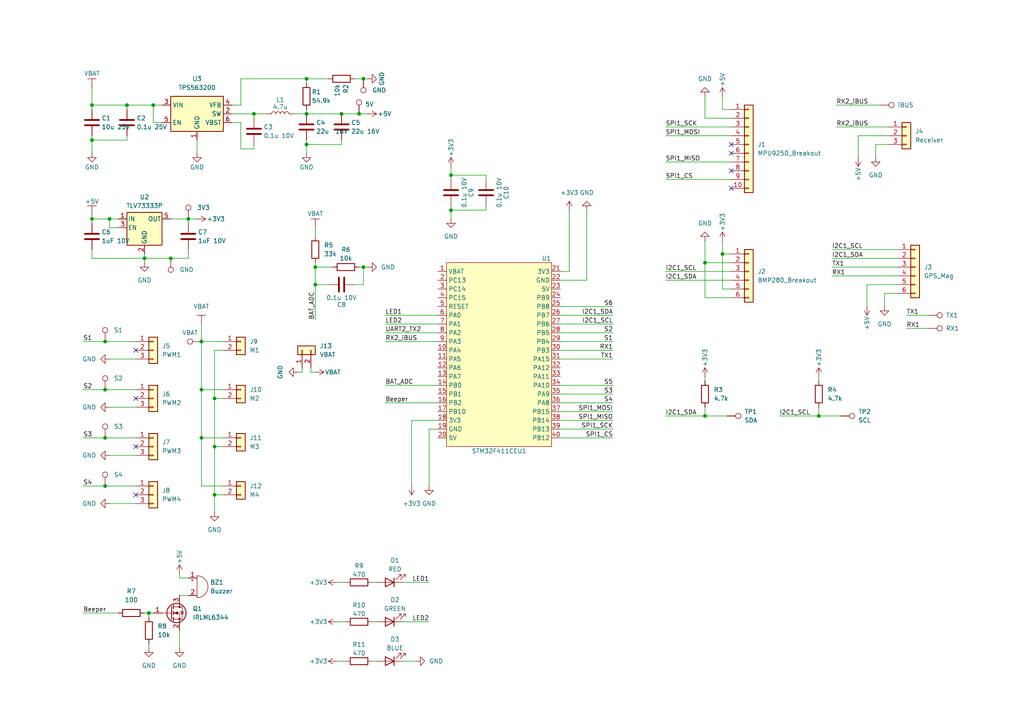
<source format=kicad_sch>
(kicad_sch (version 20231120) (generator "eeschema") (generator_version "8.0")
  (paper "A4")
  (lib_symbols
    (symbol "Connector:TestPoint" (pin_numbers hide) (pin_names (offset 0.762) hide)
      (property "Reference" "TP" (at 0 6.858 0))
      (property "Value" "TestPoint" (at 0 5.08 0))
      (symbol "TestPoint_1_1"
        (pin passive line (at 0 0 90) (length 2.54) (name "1") (number "1"))
      )
    )
    (symbol "Connector_Generic:Conn_01x02" (pin_names (offset 1.016) hide)
      (property "Reference" "J" (at 0 2.54 0))
      (property "Value" "Conn_01x02" (at 0 -5.08 0))
      (symbol "Conn_01x02_1_1"
        (pin passive line (at -5.08 0 0) (length 3.81) (name "Pin_1") (number "1"))
        (pin passive line (at -5.08 -2.54 0) (length 3.81) (name "Pin_2") (number "2"))
      )
    )
    (symbol "Connector_Generic:Conn_01x03" (pin_names (offset 1.016) hide)
      (property "Reference" "J" (at 0 5.08 0))
      (property "Value" "Conn_01x03" (at 0 -5.08 0))
      (symbol "Conn_01x03_1_1"
        (pin passive line (at -5.08 2.54 0) (length 3.81) (name "Pin_1") (number "1"))
        (pin passive line (at -5.08 0 0) (length 3.81) (name "Pin_2") (number "2"))
        (pin passive line (at -5.08 -2.54 0) (length 3.81) (name "Pin_3") (number "3"))
      )
    )
    (symbol "Connector_Generic:Conn_01x06" (pin_names (offset 1.016) hide)
      (property "Reference" "J" (at 0 7.62 0))
      (property "Value" "Conn_01x06" (at 0 -10.16 0))
      (symbol "Conn_01x06_1_1"
        (pin passive line (at -5.08 5.08 0) (length 3.81) (name "Pin_1") (number "1"))
        (pin passive line (at -5.08 2.54 0) (length 3.81) (name "Pin_2") (number "2"))
        (pin passive line (at -5.08 0 0) (length 3.81) (name "Pin_3") (number "3"))
        (pin passive line (at -5.08 -2.54 0) (length 3.81) (name "Pin_4") (number "4"))
        (pin passive line (at -5.08 -5.08 0) (length 3.81) (name "Pin_5") (number "5"))
        (pin passive line (at -5.08 -7.62 0) (length 3.81) (name "Pin_6") (number "6"))
      )
    )
    (symbol "Connector_Generic:Conn_01x10" (pin_names (offset 1.016) hide)
      (property "Reference" "J" (at 0 12.7 0))
      (property "Value" "Conn_01x10" (at 0 -15.24 0))
      (symbol "Conn_01x10_1_1"
        (pin passive line (at -5.08 10.16 0) (length 3.81) (name "Pin_1") (number "1"))
        (pin passive line (at -5.08 -12.7 0) (length 3.81) (name "Pin_10") (number "10"))
        (pin passive line (at -5.08 7.62 0) (length 3.81) (name "Pin_2") (number "2"))
        (pin passive line (at -5.08 5.08 0) (length 3.81) (name "Pin_3") (number "3"))
        (pin passive line (at -5.08 2.54 0) (length 3.81) (name "Pin_4") (number "4"))
        (pin passive line (at -5.08 0 0) (length 3.81) (name "Pin_5") (number "5"))
        (pin passive line (at -5.08 -2.54 0) (length 3.81) (name "Pin_6") (number "6"))
        (pin passive line (at -5.08 -5.08 0) (length 3.81) (name "Pin_7") (number "7"))
        (pin passive line (at -5.08 -7.62 0) (length 3.81) (name "Pin_8") (number "8"))
        (pin passive line (at -5.08 -10.16 0) (length 3.81) (name "Pin_9") (number "9"))
      )
    )
    (symbol "Device:Buzzer" (pin_names (offset 0.0254) hide)
      (property "Reference" "BZ" (at 3.81 1.27 0))
      (property "Value" "Buzzer" (at 3.81 -1.27 0))
      (symbol "Buzzer_1_1"
        (pin passive line (at -2.54 2.54 0) (length 2.54) (name "+") (number "1"))
        (pin passive line (at -2.54 -2.54 0) (length 2.54) (name "-") (number "2"))
      )
    )
    (symbol "Device:C" (pin_numbers hide) (pin_names (offset 0.254))
      (property "Reference" "C" (at 0.635 2.54 0))
      (property "Value" "C" (at 0.635 -2.54 0))
      (symbol "C_1_1"
        (pin passive line (at 0 3.81 270) (length 2.794) (name "~") (number "1"))
        (pin passive line (at 0 -3.81 90) (length 2.794) (name "~") (number "2"))
      )
    )
    (symbol "Device:L" (pin_numbers hide) (pin_names (offset 1.016) hide)
      (property "Reference" "L" (at -1.27 0 90))
      (property "Value" "L" (at 1.905 0 90))
      (symbol "L_1_1"
        (pin passive line (at 0 3.81 270) (length 1.27) (name "1") (number "1"))
        (pin passive line (at 0 -3.81 90) (length 1.27) (name "2") (number "2"))
      )
    )
    (symbol "Device:LED" (pin_numbers hide) (pin_names (offset 1.016) hide)
      (property "Reference" "D" (at 0 2.54 0))
      (property "Value" "LED" (at 0 -2.54 0))
      (symbol "LED_1_1"
        (pin passive line (at -3.81 0 0) (length 2.54) (name "K") (number "1"))
        (pin passive line (at 3.81 0 180) (length 2.54) (name "A") (number "2"))
      )
    )
    (symbol "Device:R" (pin_numbers hide) (pin_names (offset 0))
      (property "Reference" "R" (at 2.032 0 90))
      (property "Value" "R" (at 0 0 90))
      (symbol "R_1_1"
        (pin passive line (at 0 3.81 270) (length 1.27) (name "~") (number "1"))
        (pin passive line (at 0 -3.81 90) (length 1.27) (name "~") (number "2"))
      )
    )
    (symbol "Regulator_Linear:TLV73333PDBV" (pin_names (offset 0.254))
      (property "Reference" "U2" (at 0 8.89 0))
      (property "Value" "TLV73333PDBV" (at 0 6.35 0))
      (symbol "TLV73333PDBV_1_1"
        (pin power_in line (at -7.62 2.54 0) (length 2.54) (name "IN") (number "1"))
        (pin power_in line (at 0 -7.62 90) (length 2.54) (name "GND") (number "2"))
        (pin input line (at -7.62 0 0) (length 2.54) (name "EN") (number "3"))
        (pin no_connect line (at 7.62 0 180) (length 2.54) hide (name "NC") (number "4"))
        (pin power_out line (at 7.62 2.54 180) (length 2.54) (name "OUT") (number "5"))
      )
    )
    (symbol "Regulator_Switching:TPS563200"
      (property "Reference" "U3" (at 0 10.16 0))
      (property "Value" "TPS563200" (at 0 7.62 0))
      (symbol "TPS563200_1_1"
        (pin power_in line (at 0 -7.62 90) (length 2.54) (name "GND") (number "1"))
        (pin output line (at 10.16 0 180) (length 2.54) (name "SW") (number "2"))
        (pin power_in line (at -10.16 2.54 0) (length 2.54) (name "VIN") (number "3"))
        (pin input line (at 10.16 2.54 180) (length 2.54) (name "VFB") (number "4"))
        (pin input line (at -10.16 -2.54 0) (length 2.54) (name "EN") (number "5"))
        (pin passive line (at 10.16 -2.54 180) (length 2.54) (name "VBST") (number "6"))
      )
    )
    (symbol "Transistor_FET:IRLML6244" (pin_names hide)
      (property "Reference" "Q" (at 5.08 1.905 0))
      (property "Value" "IRLML6244" (at 5.08 0 0))
      (symbol "IRLML6244_1_1"
        (pin input line (at -5.08 0 0) (length 2.54) (name "G") (number "1"))
        (pin passive line (at 2.54 -5.08 90) (length 2.54) (name "S") (number "2"))
        (pin passive line (at 2.54 5.08 270) (length 2.54) (name "D") (number "3"))
      )
    )
    (symbol "VCC_1" (power) (pin_numbers hide) (pin_names (offset 0) hide)
      (property "Value" "VCC" (at 0 3.81 0))
      (symbol "VCC_1_1_1"
        (pin power_in line (at 0 0 90) (length 0) (name "~") (number "1"))
      )
    )
    (symbol "my_custom:STM32F411_BlackPill"
      (property "Reference" "STM32F411CEU6" (at 0 1.27 0))
      (symbol "STM32F411_BlackPill_1_1"
        (pin power_in line (at 17.78 -24.13 180) (length 2.54) (name "VBAT") (number "1"))
        (pin bidirectional line (at 17.78 -1.27 180) (length 2.54) (name "PA4") (number "10"))
        (pin bidirectional line (at 17.78 1.27 180) (length 2.54) (name "PA5") (number "11"))
        (pin bidirectional line (at 17.78 3.81 180) (length 2.54) (name "PA6") (number "12"))
        (pin bidirectional line (at 17.78 6.35 180) (length 2.54) (name "PA7") (number "13"))
        (pin bidirectional line (at 17.78 8.89 180) (length 2.54) (name "PB0") (number "14"))
        (pin bidirectional line (at 17.78 11.43 180) (length 2.54) (name "PB1") (number "15"))
        (pin bidirectional line (at 17.78 13.97 180) (length 2.54) (name "PB2") (number "16"))
        (pin bidirectional line (at 17.78 16.51 180) (length 2.54) (name "PB10") (number "17"))
        (pin power_out line (at 17.78 19.05 180) (length 2.54) (name "3V3") (number "18"))
        (pin power_out line (at 17.78 21.59 180) (length 2.54) (name "GND") (number "19"))
        (pin bidirectional line (at 17.78 -21.59 180) (length 2.54) (name "PC13") (number "2"))
        (pin power_out line (at 17.78 24.13 180) (length 2.54) (name "5V") (number "20"))
        (pin power_out line (at -17.78 -24.13 0) (length 2.54) (name "3V3") (number "21"))
        (pin power_out line (at -17.78 -21.59 0) (length 2.54) (name "GND") (number "22"))
        (pin power_out line (at -17.78 -19.05 0) (length 2.54) (name "5V") (number "23"))
        (pin bidirectional line (at -17.78 -16.51 0) (length 2.54) (name "PB9") (number "24"))
        (pin bidirectional line (at -17.78 -13.97 0) (length 2.54) (name "PB8") (number "25"))
        (pin bidirectional line (at -17.78 -11.43 0) (length 2.54) (name "PB7") (number "26"))
        (pin bidirectional line (at -17.78 -8.89 0) (length 2.54) (name "PB6") (number "27"))
        (pin bidirectional line (at -17.78 -6.35 0) (length 2.54) (name "PB5") (number "28"))
        (pin bidirectional line (at -17.78 -3.81 0) (length 2.54) (name "PB4") (number "29"))
        (pin bidirectional line (at 17.78 -19.05 180) (length 2.54) (name "PC14") (number "3"))
        (pin bidirectional line (at -17.78 -1.27 0) (length 2.54) (name "PB3") (number "30"))
        (pin bidirectional line (at -17.78 1.27 0) (length 2.54) (name "PA15") (number "31"))
        (pin bidirectional line (at -17.78 3.81 0) (length 2.54) (name "PA12") (number "32"))
        (pin bidirectional line (at -17.78 6.35 0) (length 2.54) (name "PA11") (number "33"))
        (pin bidirectional line (at -17.78 8.89 0) (length 2.54) (name "PA10") (number "34"))
        (pin bidirectional line (at -17.78 11.43 0) (length 2.54) (name "PA9") (number "35"))
        (pin bidirectional line (at -17.78 13.97 0) (length 2.54) (name "PA8") (number "36"))
        (pin bidirectional line (at -17.78 16.51 0) (length 2.54) (name "PB15") (number "37"))
        (pin bidirectional line (at -17.78 19.05 0) (length 2.54) (name "PB14") (number "38"))
        (pin bidirectional line (at -17.78 21.59 0) (length 2.54) (name "PB13") (number "39"))
        (pin power_out line (at 17.78 -16.51 180) (length 2.54) (name "PC15") (number "4"))
        (pin bidirectional line (at -17.78 24.13 0) (length 2.54) (name "PB12") (number "40"))
        (pin input line (at 17.78 -13.97 180) (length 2.54) (name "RESET") (number "5"))
        (pin bidirectional line (at 17.78 -11.43 180) (length 2.54) (name "PA0") (number "6"))
        (pin bidirectional line (at 17.78 -8.89 180) (length 2.54) (name "PA1") (number "7"))
        (pin bidirectional line (at 17.78 -6.35 180) (length 2.54) (name "PA2") (number "8"))
        (pin bidirectional line (at 17.78 -3.81 180) (length 2.54) (name "PA3") (number "9"))
      )
    )
    (symbol "power:+3V3" (power) (pin_numbers hide) (pin_names (offset 0) hide)
      (property "Value" "+3V3" (at 0 3.556 0))
      (symbol "+3V3_1_1"
        (pin power_in line (at 0 0 90) (length 0) (name "~") (number "1"))
      )
    )
    (symbol "power:+5V" (power) (pin_numbers hide) (pin_names (offset 0) hide)
      (property "Value" "+5V" (at 0 3.556 0))
      (symbol "+5V_1_1"
        (pin power_in line (at 0 0 90) (length 0) (name "~") (number "1"))
      )
    )
    (symbol "power:GND" (power) (pin_numbers hide) (pin_names (offset 0) hide)
      (property "Value" "GND" (at 0 -3.81 0))
      (symbol "GND_1_1"
        (pin power_in line (at 0 0 270) (length 0) (name "~") (number "1"))
      )
    )
  )
  (junction (at 58.42 99.06))
  (junction (at 88.9 33.02))
  (junction (at 30.48 99.06))
  (junction (at 30.48 113.03))
  (junction (at 73.66 33.02))
  (junction (at 30.48 140.97))
  (junction (at 36.83 30.48))
  (junction (at 105.41 77.47))
  (junction (at 62.23 115.57))
  (junction (at 58.42 113.03))
  (junction (at 26.67 63.5))
  (junction (at 130.81 60.96))
  (junction (at 62.23 143.51))
  (junction (at 91.44 82.55))
  (junction (at 104.14 33.02))
  (junction (at 44.45 30.48))
  (junction (at 30.48 127))
  (junction (at 204.47 120.65))
  (junction (at 43.18 177.8))
  (junction (at 49.53 74.93))
  (junction (at 31.75 63.5))
  (junction (at 58.42 127))
  (junction (at 237.49 120.65))
  (junction (at 209.55 73.66))
  (junction (at 62.23 129.54))
  (junction (at 54.61 63.5))
  (junction (at 130.81 50.8))
  (junction (at 26.67 30.48))
  (junction (at 99.06 33.02))
  (junction (at 41.91 74.93))
  (junction (at 26.67 40.64))
  (junction (at 88.9 22.86))
  (junction (at 204.47 76.2))
  (junction (at 105.41 22.86))
  (junction (at 88.9 41.91))
  (junction (at 91.44 77.47))
  (no_connect (at 39.37 143.51))
  (no_connect (at 39.37 129.54))
  (no_connect (at 212.09 49.53))
  (no_connect (at 39.37 115.57))
  (no_connect (at 212.09 44.45))
  (no_connect (at 39.37 101.6))
  (no_connect (at 212.09 41.91))
  (no_connect (at 212.09 54.61))
  (wire (pts (xy 107.95 168.91) (xy 109.22 168.91)))
  (wire (pts (xy 34.29 66.04) (xy 31.75 66.04)))
  (wire (pts (xy 62.23 143.51) (xy 62.23 129.54)))
  (wire (pts (xy 24.13 99.06) (xy 30.48 99.06)))
  (wire (pts (xy 99.06 33.02) (xy 104.14 33.02)))
  (wire (pts (xy 58.42 113.03) (xy 58.42 127)))
  (wire (pts (xy 54.61 63.5) (xy 57.15 63.5)))
  (wire (pts (xy 46.99 35.56) (xy 44.45 35.56)))
  (wire (pts (xy 177.8 93.98) (xy 162.56 93.98)))
  (wire (pts (xy 212.09 46.99) (xy 193.04 46.99)))
  (wire (pts (xy 91.44 76.2) (xy 91.44 77.47)))
  (wire (pts (xy 204.47 34.29) (xy 204.47 27.94)))
  (wire (pts (xy 88.9 31.75) (xy 88.9 33.02)))
  (wire (pts (xy 24.13 127) (xy 30.48 127)))
  (wire (pts (xy 30.48 113.03) (xy 39.37 113.03)))
  (wire (pts (xy 212.09 81.28) (xy 193.04 81.28)))
  (wire (pts (xy 62.23 143.51) (xy 62.23 148.59)))
  (wire (pts (xy 257.81 39.37) (xy 248.92 39.37)))
  (wire (pts (xy 26.67 30.48) (xy 36.83 30.48)))
  (wire (pts (xy 67.31 33.02) (xy 73.66 33.02)))
  (wire (pts (xy 52.07 167.64) (xy 54.61 167.64)))
  (wire (pts (xy 237.49 118.11) (xy 237.49 120.65)))
  (wire (pts (xy 107.95 191.77) (xy 109.22 191.77)))
  (wire (pts (xy 52.07 166.37) (xy 52.07 167.64)))
  (wire (pts (xy 127 93.98) (xy 111.76 93.98)))
  (wire (pts (xy 262.89 91.44) (xy 269.24 91.44)))
  (wire (pts (xy 177.8 101.6) (xy 162.56 101.6)))
  (wire (pts (xy 209.55 69.85) (xy 209.55 73.66)))
  (wire (pts (xy 41.91 177.8) (xy 43.18 177.8)))
  (wire (pts (xy 254 41.91) (xy 257.81 41.91)))
  (wire (pts (xy 105.41 22.86) (xy 106.68 22.86)))
  (wire (pts (xy 130.81 50.8) (xy 140.97 50.8)))
  (wire (pts (xy 177.8 99.06) (xy 162.56 99.06)))
  (wire (pts (xy 69.85 43.18) (xy 69.85 35.56)))
  (wire (pts (xy 49.53 74.93) (xy 41.91 74.93)))
  (wire (pts (xy 127 91.44) (xy 111.76 91.44)))
  (wire (pts (xy 162.56 81.28) (xy 170.18 81.28)))
  (wire (pts (xy 87.63 107.95) (xy 87.63 106.68)))
  (wire (pts (xy 62.23 101.6) (xy 62.23 115.57)))
  (wire (pts (xy 64.77 101.6) (xy 62.23 101.6)))
  (wire (pts (xy 130.81 52.07) (xy 130.81 50.8)))
  (wire (pts (xy 91.44 77.47) (xy 91.44 82.55)))
  (wire (pts (xy 54.61 63.5) (xy 54.61 64.77)))
  (wire (pts (xy 90.17 107.95) (xy 90.17 106.68)))
  (wire (pts (xy 88.9 41.91) (xy 88.9 44.45)))
  (wire (pts (xy 30.48 99.06) (xy 39.37 99.06)))
  (wire (pts (xy 212.09 86.36) (xy 204.47 86.36)))
  (wire (pts (xy 88.9 40.64) (xy 88.9 41.91)))
  (wire (pts (xy 212.09 39.37) (xy 193.04 39.37)))
  (wire (pts (xy 170.18 81.28) (xy 170.18 60.96)))
  (wire (pts (xy 212.09 78.74) (xy 193.04 78.74)))
  (wire (pts (xy 58.42 99.06) (xy 58.42 113.03)))
  (wire (pts (xy 62.23 129.54) (xy 62.23 115.57)))
  (wire (pts (xy 237.49 120.65) (xy 243.84 120.65)))
  (wire (pts (xy 44.45 35.56) (xy 44.45 30.48)))
  (wire (pts (xy 127 124.46) (xy 124.46 124.46)))
  (wire (pts (xy 260.35 77.47) (xy 241.3 77.47)))
  (wire (pts (xy 204.47 118.11) (xy 204.47 120.65)))
  (wire (pts (xy 31.75 63.5) (xy 34.29 63.5)))
  (wire (pts (xy 97.79 180.34) (xy 100.33 180.34)))
  (wire (pts (xy 88.9 22.86) (xy 95.25 22.86)))
  (wire (pts (xy 88.9 41.91) (xy 99.06 41.91)))
  (wire (pts (xy 212.09 34.29) (xy 204.47 34.29)))
  (wire (pts (xy 165.1 78.74) (xy 162.56 78.74)))
  (wire (pts (xy 127 96.52) (xy 111.76 96.52)))
  (wire (pts (xy 36.83 30.48) (xy 36.83 31.75)))
  (wire (pts (xy 64.77 99.06) (xy 58.42 99.06)))
  (wire (pts (xy 256.54 85.09) (xy 256.54 88.9)))
  (wire (pts (xy 30.48 140.97) (xy 39.37 140.97)))
  (wire (pts (xy 64.77 113.03) (xy 58.42 113.03)))
  (wire (pts (xy 26.67 64.77) (xy 26.67 63.5)))
  (wire (pts (xy 26.67 39.37) (xy 26.67 40.64)))
  (wire (pts (xy 43.18 186.69) (xy 43.18 187.96)))
  (wire (pts (xy 97.79 191.77) (xy 100.33 191.77)))
  (wire (pts (xy 165.1 60.96) (xy 165.1 78.74)))
  (wire (pts (xy 26.67 63.5) (xy 31.75 63.5)))
  (wire (pts (xy 31.75 104.14) (xy 39.37 104.14)))
  (wire (pts (xy 204.47 86.36) (xy 204.47 76.2)))
  (wire (pts (xy 26.67 72.39) (xy 26.67 74.93)))
  (wire (pts (xy 62.23 115.57) (xy 64.77 115.57)))
  (wire (pts (xy 26.67 40.64) (xy 36.83 40.64)))
  (wire (pts (xy 64.77 140.97) (xy 58.42 140.97)))
  (wire (pts (xy 26.67 62.23) (xy 26.67 63.5)))
  (wire (pts (xy 193.04 120.65) (xy 204.47 120.65)))
  (wire (pts (xy 99.06 40.64) (xy 99.06 41.91)))
  (wire (pts (xy 85.09 33.02) (xy 88.9 33.02)))
  (wire (pts (xy 88.9 24.13) (xy 88.9 22.86)))
  (wire (pts (xy 91.44 82.55) (xy 95.25 82.55)))
  (wire (pts (xy 104.14 77.47) (xy 105.41 77.47)))
  (wire (pts (xy 73.66 43.18) (xy 69.85 43.18)))
  (wire (pts (xy 262.89 95.25) (xy 269.24 95.25)))
  (wire (pts (xy 248.92 39.37) (xy 248.92 45.72)))
  (wire (pts (xy 140.97 52.07) (xy 140.97 50.8)))
  (wire (pts (xy 204.47 109.22) (xy 204.47 110.49)))
  (wire (pts (xy 69.85 22.86) (xy 69.85 30.48)))
  (wire (pts (xy 251.46 82.55) (xy 251.46 88.9)))
  (wire (pts (xy 212.09 76.2) (xy 204.47 76.2)))
  (wire (pts (xy 43.18 177.8) (xy 43.18 179.07)))
  (wire (pts (xy 162.56 121.92) (xy 177.8 121.92)))
  (wire (pts (xy 102.87 22.86) (xy 105.41 22.86)))
  (wire (pts (xy 130.81 60.96) (xy 130.81 63.5)))
  (wire (pts (xy 91.44 66.04) (xy 91.44 68.58)))
  (wire (pts (xy 260.35 74.93) (xy 241.3 74.93)))
  (wire (pts (xy 36.83 30.48) (xy 44.45 30.48)))
  (wire (pts (xy 116.84 168.91) (xy 124.46 168.91)))
  (wire (pts (xy 73.66 43.18) (xy 73.66 41.91)))
  (wire (pts (xy 209.55 31.75) (xy 212.09 31.75)))
  (wire (pts (xy 162.56 114.3) (xy 177.8 114.3)))
  (wire (pts (xy 26.67 40.64) (xy 26.67 44.45)))
  (wire (pts (xy 88.9 22.86) (xy 69.85 22.86)))
  (wire (pts (xy 26.67 25.4) (xy 26.67 30.48)))
  (wire (pts (xy 67.31 30.48) (xy 69.85 30.48)))
  (wire (pts (xy 162.56 119.38) (xy 177.8 119.38)))
  (wire (pts (xy 24.13 113.03) (xy 30.48 113.03)))
  (wire (pts (xy 162.56 96.52) (xy 177.8 96.52)))
  (wire (pts (xy 69.85 35.56) (xy 67.31 35.56)))
  (wire (pts (xy 204.47 76.2) (xy 204.47 69.85)))
  (wire (pts (xy 242.57 30.48) (xy 255.27 30.48)))
  (wire (pts (xy 30.48 127) (xy 39.37 127)))
  (wire (pts (xy 52.07 172.72) (xy 54.61 172.72)))
  (wire (pts (xy 105.41 77.47) (xy 106.68 77.47)))
  (wire (pts (xy 107.95 180.34) (xy 109.22 180.34)))
  (wire (pts (xy 162.56 124.46) (xy 177.8 124.46)))
  (wire (pts (xy 124.46 124.46) (xy 124.46 140.97)))
  (wire (pts (xy 162.56 116.84) (xy 177.8 116.84)))
  (wire (pts (xy 31.75 132.08) (xy 39.37 132.08)))
  (wire (pts (xy 91.44 107.95) (xy 90.17 107.95)))
  (wire (pts (xy 58.42 127) (xy 64.77 127)))
  (wire (pts (xy 212.09 36.83) (xy 193.04 36.83)))
  (wire (pts (xy 36.83 39.37) (xy 36.83 40.64)))
  (wire (pts (xy 119.38 121.92) (xy 119.38 140.97)))
  (wire (pts (xy 162.56 88.9) (xy 177.8 88.9)))
  (wire (pts (xy 130.81 60.96) (xy 140.97 60.96)))
  (wire (pts (xy 58.42 93.98) (xy 58.42 99.06)))
  (wire (pts (xy 127 121.92) (xy 119.38 121.92)))
  (wire (pts (xy 88.9 33.02) (xy 99.06 33.02)))
  (wire (pts (xy 260.35 72.39) (xy 241.3 72.39)))
  (wire (pts (xy 212.09 83.82) (xy 209.55 83.82)))
  (wire (pts (xy 130.81 48.26) (xy 130.81 50.8)))
  (wire (pts (xy 104.14 33.02) (xy 106.68 33.02)))
  (wire (pts (xy 73.66 33.02) (xy 77.47 33.02)))
  (wire (pts (xy 204.47 120.65) (xy 210.82 120.65)))
  (wire (pts (xy 31.75 66.04) (xy 31.75 63.5)))
  (wire (pts (xy 127 99.06) (xy 111.76 99.06)))
  (wire (pts (xy 41.91 74.93) (xy 41.91 76.2)))
  (wire (pts (xy 26.67 30.48) (xy 26.67 31.75)))
  (wire (pts (xy 260.35 82.55) (xy 251.46 82.55)))
  (wire (pts (xy 26.67 74.93) (xy 41.91 74.93)))
  (wire (pts (xy 254 41.91) (xy 254 45.72)))
  (wire (pts (xy 64.77 143.51) (xy 62.23 143.51)))
  (wire (pts (xy 24.13 177.8) (xy 34.29 177.8)))
  (wire (pts (xy 162.56 111.76) (xy 177.8 111.76)))
  (wire (pts (xy 54.61 72.39) (xy 54.61 74.93)))
  (wire (pts (xy 237.49 109.22) (xy 237.49 110.49)))
  (wire (pts (xy 31.75 118.11) (xy 39.37 118.11)))
  (wire (pts (xy 58.42 140.97) (xy 58.42 127)))
  (wire (pts (xy 209.55 83.82) (xy 209.55 73.66)))
  (wire (pts (xy 57.15 40.64) (xy 57.15 44.45)))
  (wire (pts (xy 116.84 191.77) (xy 120.65 191.77)))
  (wire (pts (xy 102.87 82.55) (xy 105.41 82.55)))
  (wire (pts (xy 105.41 82.55) (xy 105.41 77.47)))
  (wire (pts (xy 43.18 177.8) (xy 44.45 177.8)))
  (wire (pts (xy 64.77 129.54) (xy 62.23 129.54)))
  (wire (pts (xy 91.44 77.47) (xy 96.52 77.47)))
  (wire (pts (xy 257.81 36.83) (xy 242.57 36.83)))
  (wire (pts (xy 162.56 127) (xy 177.8 127)))
  (wire (pts (xy 260.35 80.01) (xy 241.3 80.01)))
  (wire (pts (xy 237.49 120.65) (xy 226.06 120.65)))
  (wire (pts (xy 44.45 30.48) (xy 46.99 30.48)))
  (wire (pts (xy 97.79 168.91) (xy 100.33 168.91)))
  (wire (pts (xy 91.44 82.55) (xy 91.44 92.71)))
  (wire (pts (xy 111.76 116.84) (xy 127 116.84)))
  (wire (pts (xy 212.09 52.07) (xy 193.04 52.07)))
  (wire (pts (xy 209.55 73.66) (xy 212.09 73.66)))
  (wire (pts (xy 31.75 146.05) (xy 39.37 146.05)))
  (wire (pts (xy 111.76 111.76) (xy 127 111.76)))
  (wire (pts (xy 54.61 74.93) (xy 49.53 74.93)))
  (wire (pts (xy 177.8 104.14) (xy 162.56 104.14)))
  (wire (pts (xy 49.53 63.5) (xy 54.61 63.5)))
  (wire (pts (xy 140.97 60.96) (xy 140.97 59.69)))
  (wire (pts (xy 52.07 182.88) (xy 52.07 187.96)))
  (wire (pts (xy 177.8 91.44) (xy 162.56 91.44)))
  (wire (pts (xy 209.55 27.94) (xy 209.55 31.75)))
  (wire (pts (xy 130.81 60.96) (xy 130.81 59.69)))
  (wire (pts (xy 116.84 180.34) (xy 124.46 180.34)))
  (wire (pts (xy 86.36 107.95) (xy 87.63 107.95)))
  (wire (pts (xy 41.91 73.66) (xy 41.91 74.93)))
  (wire (pts (xy 73.66 33.02) (xy 73.66 34.29)))
  (wire (pts (xy 24.13 140.97) (xy 30.48 140.97)))
  (wire (pts (xy 256.54 85.09) (xy 260.35 85.09)))
  (label "S1" (at 24.13 99.06 0))
  (label "LED1" (at 111.76 91.44 0))
  (label "RX1" (at 177.8 101.6 180))
  (label "UART2_TX2" (at 111.76 96.52 0))
  (label "RX1" (at 241.3 80.01 0))
  (label "S1" (at 177.8 99.06 180))
  (label "I2C1_SCL" (at 226.06 120.65 0))
  (label "S2" (at 177.8 96.52 180))
  (label "SPI1_MISO" (at 193.04 46.99 0))
  (label "S4" (at 24.13 140.97 0))
  (label "S3" (at 24.13 127 0))
  (label "I2C1_SCL" (at 177.8 93.98 180))
  (label "TX1" (at 262.89 91.44 0))
  (label "I2C1_SCL" (at 193.04 78.74 0))
  (label "TX1" (at 177.8 104.14 180))
  (label "SPI1_SCK" (at 193.04 36.83 0))
  (label "SPI1_CS" (at 177.8 127 180))
  (label "SPI1_CS" (at 193.04 52.07 0))
  (label "S2" (at 24.13 113.03 0))
  (label "RX2_iBUS" (at 242.57 36.83 0))
  (label "S4" (at 177.8 116.84 180))
  (label "BAT_ADC" (at 111.76 111.76 0))
  (label "LED2" (at 111.76 93.98 0))
  (label "RX2_iBUS" (at 242.57 30.48 0))
  (label "SPI1_MOSI" (at 193.04 39.37 0))
  (label "I2C1_SDA" (at 193.04 81.28 0))
  (label "LED2" (at 124.46 180.34 180))
  (label "RX2_iBUS" (at 111.76 99.06 0))
  (label "I2C1_SDA" (at 193.04 120.65 0))
  (label "LED1" (at 124.46 168.91 180))
  (label "RX1" (at 262.89 95.25 0))
  (label "I2C1_SDA" (at 177.8 91.44 180))
  (label "Beeper" (at 111.76 116.84 0))
  (label "I2C1_SDA" (at 241.3 74.93 0))
  (label "BAT_ADC" (at 91.44 92.71 90))
  (label "S3" (at 177.8 114.3 180))
  (label "SPI1_MOSI" (at 177.8 119.38 180))
  (label "S6" (at 177.8 88.9 180))
  (label "Beeper" (at 24.13 177.8 0))
  (label "S5" (at 177.8 111.76 180))
  (label "SPI1_MISO" (at 177.8 121.92 180))
  (label "SPI1_SCK" (at 177.8 124.46 180))
  (label "I2C1_SCL" (at 241.3 72.39 0))
  (label "TX1" (at 241.3 77.47 0))
  (symbol (lib_id "Device:C") (at 36.83 35.56 0) (unit 1)
    (property "Reference" "C2" (at 39.624 34.29 0) (effects (justify left)))
    (property "Value" "0.1u 25V" (at 39.624 36.83 0) (effects (justify left)))
    (property "Footprint" "Capacitor_SMD:C_0805_2012Metric" (effects (hide yes)))
    (property "Description" "Unpolarized capacitor" (effects (hide yes)))
  )
  (symbol (lib_name "VCC_1") (lib_id "power:VCC") (at 26.67 25.4 0) (unit 1)
    (property "Reference" "#PWR018" (effects (hide yes)))
    (property "Value" "VBAT" (at 26.67 21.336 0))
    (property "Description" "Power symbol creates a global label with name \"VCC\"" (effects (hide yes)))
  )
  (symbol (lib_name "VCC_1") (lib_id "power:VCC") (at 26.67 62.23 0) (unit 1)
    (property "Reference" "#PWR014" (effects (hide yes)))
    (property "Value" "+5V" (at 26.67 58.42 0))
    (property "Description" "Power symbol creates a global label with name \"VCC\"" (effects (hide yes)))
  )
  (symbol (lib_id "power:+5V") (at 130.81 48.26 0) (unit 1)
    (property "Reference" "#PWR044" (effects (hide yes)))
    (property "Value" "+3V3" (at 130.81 45.466 90) (effects (justify left)))
    (property "Description" "Power symbol creates a global label with name \"+5V\"" (effects (hide yes)))
  )
  (symbol (lib_id "power:GND") (at 204.47 69.85 180) (unit 1)
    (property "Reference" "#PWR09" (effects (hide yes)))
    (property "Value" "GND" (at 204.47 64.77 0))
    (property "Description" "Power symbol creates a global label with name \"GND\" , ground" (effects (hide yes)))
  )
  (symbol (lib_id "power:GND") (at 86.36 107.95 270) (unit 1)
    (property "Reference" "#PWR026" (effects (hide yes)))
    (property "Value" "GND" (at 81.28 107.95 0))
    (property "Description" "Power symbol creates a global label with name \"GND\" , ground" (effects (hide yes)))
  )
  (symbol (lib_id "power:GND") (at 106.68 22.86 90) (unit 1)
    (property "Reference" "#PWR021" (effects (hide yes)))
    (property "Value" "GND" (at 110.744 22.86 0))
    (property "Description" "Power symbol creates a global label with name \"GND\" , ground" (effects (hide yes)))
  )
  (symbol (lib_id "Connector:TestPoint") (at 49.53 74.93 180) (unit 1)
    (property "Reference" "TP6" (effects (hide yes)))
    (property "Value" "GND" (at 52.07 78.2319 0) (effects (justify right)))
    (property "Footprint" "TestPoint:TestPoint_Pad_D1.0mm" (effects (hide yes)))
    (property "Description" "test point" (effects (hide yes)))
  )
  (symbol (lib_id "Connector:TestPoint") (at 30.48 99.06 0) (unit 1)
    (property "Reference" "TP10" (effects (hide yes)))
    (property "Value" "S1" (at 33.02 95.7579 0) (effects (justify left)))
    (property "Footprint" "TestPoint:TestPoint_Pad_D1.0mm" (effects (hide yes)))
    (property "Description" "test point" (effects (hide yes)))
  )
  (symbol (lib_id "Connector_Generic:Conn_01x02") (at 69.85 140.97 0) (unit 1)
    (property "Reference" "J12" (at 72.39 140.9699 0) (effects (justify left)))
    (property "Value" "M4" (at 72.39 143.5099 0) (effects (justify left)))
    (property "Footprint" "1_my_custom:PAD_1x02_5mm" (effects (hide yes)))
    (property "Description" "Generic connector, single row, 01x02, script generated (kicad-library-utils/schlib/autogen/connector/)" (effects (hide yes)))
  )
  (symbol (lib_id "Connector_Generic:Conn_01x06") (at 265.43 77.47 0) (unit 1)
    (property "Reference" "J3" (at 267.97 77.4699 0) (effects (justify left)))
    (property "Value" "GPS_Mag" (at 267.97 80.0099 0) (effects (justify left)))
    (property "Footprint" "Connector_JST:JST_SHL_SM06B-SHLS-TF_1x06-1MP_P1.00mm_Horizontal" (effects (hide yes)))
    (property "Description" "Generic connector, single row, 01x06, script generated (kicad-library-utils/schlib/autogen/connector/)" (effects (hide yes)))
  )
  (symbol (lib_id "power:GND") (at 31.75 132.08 270) (unit 1)
    (property "Reference" "#PWR031" (effects (hide yes)))
    (property "Value" "GND" (at 27.94 132.0799 90) (effects (justify right)))
    (property "Description" "Power symbol creates a global label with name \"GND\" , ground" (effects (hide yes)))
  )
  (symbol (lib_id "power:GND") (at 124.46 140.97 0) (unit 1)
    (property "Reference" "#PWR02" (effects (hide yes)))
    (property "Value" "GND" (at 124.46 146.05 0))
    (property "Description" "Power symbol creates a global label with name \"GND\" , ground" (effects (hide yes)))
  )
  (symbol (lib_id "power:+5V") (at 209.55 69.85 0) (unit 1)
    (property "Reference" "#PWR010" (effects (hide yes)))
    (property "Value" "+3V3" (at 209.55 67.056 90) (effects (justify left)))
    (property "Description" "Power symbol creates a global label with name \"+5V\"" (effects (hide yes)))
  )
  (symbol (lib_id "power:GND") (at 31.75 146.05 270) (unit 1)
    (property "Reference" "#PWR032" (effects (hide yes)))
    (property "Value" "GND" (at 27.94 146.0499 90) (effects (justify right)))
    (property "Description" "Power symbol creates a global label with name \"GND\" , ground" (effects (hide yes)))
  )
  (symbol (lib_id "Connector_Generic:Conn_01x02") (at 69.85 127 0) (unit 1)
    (property "Reference" "J11" (at 72.39 126.9999 0) (effects (justify left)))
    (property "Value" "M3" (at 72.39 129.5399 0) (effects (justify left)))
    (property "Footprint" "1_my_custom:PAD_1x02_5mm" (effects (hide yes)))
    (property "Description" "Generic connector, single row, 01x02, script generated (kicad-library-utils/schlib/autogen/connector/)" (effects (hide yes)))
  )
  (symbol (lib_id "Connector:TestPoint") (at 105.41 22.86 180) (unit 1)
    (property "Reference" "TP4" (effects (hide yes)))
    (property "Value" "GND" (at 107.95 26.1619 0) (effects (justify right)))
    (property "Footprint" "TestPoint:TestPoint_Pad_D1.0mm" (effects (hide yes)))
    (property "Description" "test point" (effects (hide yes)))
  )
  (symbol (lib_id "power:GND") (at 254 45.72 0) (mirror y) (unit 1)
    (property "Reference" "#PWR025" (effects (hide yes)))
    (property "Value" "GND" (at 254 50.8 0))
    (property "Description" "Power symbol creates a global label with name \"GND\" , ground" (effects (hide yes)))
  )
  (symbol (lib_id "Connector_Generic:Conn_01x03") (at 44.45 115.57 0) (unit 1)
    (property "Reference" "J6" (at 46.99 114.2999 0) (effects (justify left)))
    (property "Value" "PWM2" (at 46.99 116.8399 0) (effects (justify left)))
    (property "Footprint" "Connector_PinHeader_2.54mm:PinHeader_1x03_P2.54mm_Vertical" (effects (hide yes)))
    (property "Description" "Generic connector, single row, 01x03, script generated (kicad-library-utils/schlib/autogen/connector/)" (effects (hide yes)))
  )
  (symbol (lib_id "Device:C") (at 99.06 82.55 90) (unit 1)
    (property "Reference" "C8" (at 99.06 88.392 90))
    (property "Value" "0.1u 10V" (at 99.06 86.36 90))
    (property "Footprint" "Capacitor_SMD:C_0603_1608Metric" (effects (hide yes)))
    (property "Description" "Unpolarized capacitor" (effects (hide yes)))
  )
  (symbol (lib_id "Device:R") (at 38.1 177.8 90) (unit 1)
    (property "Reference" "R7" (at 38.1 171.45 90))
    (property "Value" "100" (at 38.1 173.99 90))
    (property "Footprint" "Resistor_SMD:R_0603_1608Metric" (effects (hide yes)))
    (property "Description" "Resistor" (effects (hide yes)))
  )
  (symbol (lib_id "power:+5V") (at 91.44 107.95 270) (unit 1)
    (property "Reference" "#PWR027" (effects (hide yes)))
    (property "Value" "VBAT" (at 94.234 107.95 90) (effects (justify left)))
    (property "Description" "Power symbol creates a global label with name \"+5V\"" (effects (hide yes)))
  )
  (symbol (lib_id "Device:R") (at 99.06 22.86 270) (unit 1)
    (property "Reference" "R2" (at 100.33 24.384 0) (effects (justify left)))
    (property "Value" "10k" (at 97.79 24.384 0) (effects (justify left)))
    (property "Footprint" "Resistor_SMD:R_0603_1608Metric" (effects (hide yes)))
    (property "Description" "Resistor" (effects (hide yes)))
  )
  (symbol (lib_id "power:GND") (at 88.9 44.45 0) (unit 1)
    (property "Reference" "#PWR020" (effects (hide yes)))
    (property "Value" "GND" (at 88.9 48.514 0))
    (property "Description" "Power symbol creates a global label with name \"GND\" , ground" (effects (hide yes)))
  )
  (symbol (lib_id "Device:L") (at 81.28 33.02 90) (unit 1)
    (property "Reference" "L1" (at 81.28 28.956 90))
    (property "Value" "4.7u" (at 81.28 30.988 90))
    (property "Footprint" "Inductor_SMD_Wurth:L_Wurth_WE-LHMI-7050" (effects (hide yes)))
    (property "Description" "Inductor" (effects (hide yes)))
  )
  (symbol (lib_id "Device:C") (at 99.06 36.83 0) (unit 1)
    (property "Reference" "C5" (at 101.854 35.56 0) (effects (justify left)))
    (property "Value" "22u 16V" (at 101.854 38.1 0) (effects (justify left)))
    (property "Footprint" "Capacitor_SMD:C_0805_2012Metric" (effects (hide yes)))
    (property "Description" "Unpolarized capacitor" (effects (hide yes)))
  )
  (symbol (lib_id "power:GND") (at 106.68 77.47 90) (unit 1)
    (property "Reference" "#PWR036" (effects (hide yes)))
    (property "Value" "GND" (at 110.49 77.4699 90) (effects (justify right)))
    (property "Description" "Power symbol creates a global label with name \"GND\" , ground" (effects (hide yes)))
  )
  (symbol (lib_id "Connector_Generic:Conn_01x03") (at 44.45 101.6 0) (unit 1)
    (property "Reference" "J5" (at 46.99 100.3299 0) (effects (justify left)))
    (property "Value" "PWM1" (at 46.99 102.8699 0) (effects (justify left)))
    (property "Footprint" "Connector_PinHeader_2.54mm:PinHeader_1x03_P2.54mm_Vertical" (effects (hide yes)))
    (property "Description" "Generic connector, single row, 01x03, script generated (kicad-library-utils/schlib/autogen/connector/)" (effects (hide yes)))
  )
  (symbol (lib_id "Connector_Generic:Conn_01x02") (at 87.63 101.6 90) (unit 1)
    (property "Reference" "J13" (at 92.71 100.3299 90) (effects (justify right)))
    (property "Value" "VBAT" (at 92.71 102.8699 90) (effects (justify right)))
    (property "Footprint" "1_my_custom:PAD_1x02_5mm" (effects (hide yes)))
    (property "Description" "Generic connector, single row, 01x02, script generated (kicad-library-utils/schlib/autogen/connector/)" (effects (hide yes)))
  )
  (symbol (lib_name "VCC_1") (lib_id "power:VCC") (at 91.44 66.04 0) (unit 1)
    (property "Reference" "#PWR035" (effects (hide yes)))
    (property "Value" "VBAT" (at 91.44 61.976 0))
    (property "Description" "Power symbol creates a global label with name \"VCC\"" (effects (hide yes)))
  )
  (symbol (lib_id "Device:Buzzer") (at 57.15 170.18 0) (unit 1)
    (property "Reference" "BZ1" (at 60.96 168.9099 0) (effects (justify left)))
    (property "Value" "Buzzer" (at 60.96 171.4499 0) (effects (justify left)))
    (property "Footprint" "Connector_PinSocket_2.54mm:PinSocket_1x02_P2.54mm_Vertical" (effects (hide yes)))
    (property "Description" "Buzzer, polarized" (effects (hide yes)))
  )
  (symbol (lib_id "power:+5V") (at 52.07 166.37 0) (mirror y) (unit 1)
    (property "Reference" "#PWR037" (effects (hide yes)))
    (property "Value" "+5V" (at 52.07 163.576 90) (effects (justify left)))
    (property "Description" "Power symbol creates a global label with name \"+5V\"" (effects (hide yes)))
  )
  (symbol (lib_id "Connector_Generic:Conn_01x03") (at 262.89 39.37 0) (unit 1)
    (property "Reference" "J4" (at 265.43 38.0999 0) (effects (justify left)))
    (property "Value" "Receiver" (at 265.43 40.6399 0) (effects (justify left)))
    (property "Footprint" "Connector_PinHeader_2.54mm:PinHeader_1x03_P2.54mm_Vertical" (effects (hide yes)))
    (property "Description" "Generic connector, single row, 01x03, script generated (kicad-library-utils/schlib/autogen/connector/)" (effects (hide yes)))
  )
  (symbol (lib_name "VCC_1") (lib_id "power:VCC") (at 58.42 93.98 0) (unit 1)
    (property "Reference" "#PWR033" (effects (hide yes)))
    (property "Value" "VBAT" (at 58.42 88.9 0))
    (property "Description" "Power symbol creates a global label with name \"VCC\"" (effects (hide yes)))
  )
  (symbol (lib_id "my_custom:STM32F411_BlackPill") (at 144.78 102.87 180) (unit 1)
    (property "Reference" "U1" (at 158.496 74.93 0))
    (property "Value" "STM32F411CEU1" (at 144.78 130.81 0))
    (property "Footprint" "1_my_custom:Stm32f411ceu_module" (effects (hide yes)))
  )
  (symbol (lib_id "Device:C") (at 88.9 36.83 0) (unit 1)
    (property "Reference" "C4" (at 91.694 35.56 0) (effects (justify left)))
    (property "Value" "22u  16V" (at 91.694 38.1 0) (effects (justify left)))
    (property "Footprint" "Capacitor_SMD:C_0805_2012Metric" (effects (hide yes)))
    (property "Description" "Unpolarized capacitor" (effects (hide yes)))
  )
  (symbol (lib_id "Device:C") (at 54.61 68.58 0) (unit 1)
    (property "Reference" "C7" (at 57.404 67.31 0) (effects (justify left)))
    (property "Value" "1uF 10V" (at 57.404 69.85 0) (effects (justify left)))
    (property "Footprint" "Capacitor_SMD:C_0603_1608Metric" (effects (hide yes)))
    (property "Description" "Unpolarized capacitor" (effects (hide yes)))
  )
  (symbol (lib_id "Connector_Generic:Conn_01x03") (at 44.45 143.51 0) (unit 1)
    (property "Reference" "J8" (at 46.99 142.2399 0) (effects (justify left)))
    (property "Value" "PWM4" (at 46.99 144.7799 0) (effects (justify left)))
    (property "Footprint" "Connector_PinHeader_2.54mm:PinHeader_1x03_P2.54mm_Vertical" (effects (hide yes)))
    (property "Description" "Generic connector, single row, 01x03, script generated (kicad-library-utils/schlib/autogen/connector/)" (effects (hide yes)))
  )
  (symbol (lib_id "Connector:TestPoint") (at 243.84 120.65 270) (unit 1)
    (property "Reference" "TP2" (at 248.92 119.3799 90) (effects (justify left)))
    (property "Value" "SCL" (at 248.92 121.9199 90) (effects (justify left)))
    (property "Footprint" "TestPoint:TestPoint_Pad_D1.0mm" (effects (hide yes)))
    (property "Description" "test point" (effects (hide yes)))
  )
  (symbol (lib_id "Device:LED") (at 113.03 168.91 180) (unit 1)
    (property "Reference" "D1" (at 114.554 162.56 0))
    (property "Value" "RED" (at 114.554 165.1 0))
    (property "Footprint" "LED_SMD:LED_0805_2012Metric" (effects (hide yes)))
    (property "Description" "Light emitting diode" (effects (hide yes)))
  )
  (symbol (lib_id "Connector_Generic:Conn_01x06") (at 217.17 78.74 0) (unit 1)
    (property "Reference" "J2" (at 219.71 78.7399 0) (effects (justify left)))
    (property "Value" "BMP280_Breakout" (at 219.71 81.2799 0) (effects (justify left)))
    (property "Footprint" "1_my_custom:BMP280_Mod" (effects (hide yes)))
    (property "Description" "Generic connector, single row, 01x06, script generated (kicad-library-utils/schlib/autogen/connector/)" (effects (hide yes)))
  )
  (symbol (lib_id "Device:LED") (at 113.03 191.77 180) (unit 1)
    (property "Reference" "D3" (at 114.554 185.42 0))
    (property "Value" "BLUE" (at 114.554 187.96 0))
    (property "Footprint" "LED_SMD:LED_0805_2012Metric" (effects (hide yes)))
    (property "Description" "Light emitting diode" (effects (hide yes)))
  )
  (symbol (lib_id "power:+5V") (at 209.55 27.94 0) (unit 1)
    (property "Reference" "#PWR07" (effects (hide yes)))
    (property "Value" "+5V" (at 209.55 25.146 90) (effects (justify left)))
    (property "Description" "Power symbol creates a global label with name \"+5V\"" (effects (hide yes)))
  )
  (symbol (lib_id "power:+5V") (at 97.79 180.34 90) (unit 1)
    (property "Reference" "#PWR041" (effects (hide yes)))
    (property "Value" "+3V3" (at 94.996 180.34 90) (effects (justify left)))
    (property "Description" "Power symbol creates a global label with name \"+5V\"" (effects (hide yes)))
  )
  (symbol (lib_id "power:GND") (at 31.75 118.11 270) (unit 1)
    (property "Reference" "#PWR030" (effects (hide yes)))
    (property "Value" "GND" (at 27.94 118.1099 90) (effects (justify right)))
    (property "Description" "Power symbol creates a global label with name \"GND\" , ground" (effects (hide yes)))
  )
  (symbol (lib_id "Connector:TestPoint") (at 30.48 113.03 0) (unit 1)
    (property "Reference" "TP11" (effects (hide yes)))
    (property "Value" "S2" (at 33.02 109.7279 0) (effects (justify left)))
    (property "Footprint" "TestPoint:TestPoint_Pad_D1.0mm" (effects (hide yes)))
    (property "Description" "test point" (effects (hide yes)))
  )
  (symbol (lib_id "power:GND") (at 31.75 104.14 270) (unit 1)
    (property "Reference" "#PWR029" (effects (hide yes)))
    (property "Value" "GND" (at 27.94 104.1399 90) (effects (justify right)))
    (property "Description" "Power symbol creates a global label with name \"GND\" , ground" (effects (hide yes)))
  )
  (symbol (lib_id "Device:R") (at 237.49 114.3 0) (unit 1)
    (property "Reference" "R4" (at 240.03 113.0299 0) (effects (justify left)))
    (property "Value" "4.7k" (at 240.03 115.5699 0) (effects (justify left)))
    (property "Footprint" "Resistor_SMD:R_0603_1608Metric" (effects (hide yes)))
    (property "Description" "Resistor" (effects (hide yes)))
  )
  (symbol (lib_id "power:+5V") (at 204.47 109.22 0) (unit 1)
    (property "Reference" "#PWR011" (effects (hide yes)))
    (property "Value" "+3V3" (at 204.47 106.426 90) (effects (justify left)))
    (property "Description" "Power symbol creates a global label with name \"+5V\"" (effects (hide yes)))
  )
  (symbol (lib_id "Device:C") (at 130.81 55.88 180) (unit 1)
    (property "Reference" "C9" (at 136.652 55.88 90))
    (property "Value" "0.1u 10V" (at 134.62 55.88 90))
    (property "Footprint" "Capacitor_SMD:C_0603_1608Metric" (effects (hide yes)))
    (property "Description" "Unpolarized capacitor" (effects (hide yes)))
  )
  (symbol (lib_id "Device:R") (at 104.14 168.91 90) (unit 1)
    (property "Reference" "R9" (at 104.14 164.084 90))
    (property "Value" "470" (at 104.14 166.624 90))
    (property "Footprint" "Resistor_SMD:R_0603_1608Metric" (effects (hide yes)))
    (property "Description" "Resistor" (effects (hide yes)))
  )
  (symbol (lib_id "Device:R") (at 104.14 180.34 90) (unit 1)
    (property "Reference" "R10" (at 104.14 175.514 90))
    (property "Value" "470" (at 104.14 178.054 90))
    (property "Footprint" "Resistor_SMD:R_0603_1608Metric" (effects (hide yes)))
    (property "Description" "Resistor" (effects (hide yes)))
  )
  (symbol (lib_id "Device:C") (at 140.97 55.88 180) (unit 1)
    (property "Reference" "C10" (at 146.812 55.88 90))
    (property "Value" "0.1u 10V" (at 144.78 55.88 90))
    (property "Footprint" "Capacitor_SMD:C_0603_1608Metric" (effects (hide yes)))
    (property "Description" "Unpolarized capacitor" (effects (hide yes)))
  )
  (symbol (lib_id "power:+5V") (at 97.79 168.91 90) (unit 1)
    (property "Reference" "#PWR040" (effects (hide yes)))
    (property "Value" "+3V3" (at 94.996 168.91 90) (effects (justify left)))
    (property "Description" "Power symbol creates a global label with name \"+5V\"" (effects (hide yes)))
  )
  (symbol (lib_id "Device:C") (at 73.66 38.1 0) (unit 1)
    (property "Reference" "C3" (at 76.454 36.83 0) (effects (justify left)))
    (property "Value" "0.1u 10V" (at 76.454 39.37 0) (effects (justify left)))
    (property "Footprint" "Capacitor_SMD:C_0603_1608Metric" (effects (hide yes)))
    (property "Description" "Unpolarized capacitor" (effects (hide yes)))
  )
  (symbol (lib_id "power:GND") (at 26.67 44.45 0) (unit 1)
    (property "Reference" "#PWR017" (effects (hide yes)))
    (property "Value" "GND" (at 26.67 48.514 0))
    (property "Description" "Power symbol creates a global label with name \"GND\" , ground" (effects (hide yes)))
  )
  (symbol (lib_id "Device:C") (at 26.67 35.56 0) (unit 1)
    (property "Reference" "C1" (at 29.464 34.29 0) (effects (justify left)))
    (property "Value" "10u 25V" (at 29.464 36.83 0) (effects (justify left)))
    (property "Footprint" "Capacitor_SMD:C_0805_2012Metric" (effects (hide yes)))
    (property "Description" "Unpolarized capacitor" (effects (hide yes)))
  )
  (symbol (lib_id "Device:R") (at 104.14 191.77 90) (unit 1)
    (property "Reference" "R11" (at 104.14 186.944 90))
    (property "Value" "470" (at 104.14 189.484 90))
    (property "Footprint" "Resistor_SMD:R_0603_1608Metric" (effects (hide yes)))
    (property "Description" "Resistor" (effects (hide yes)))
  )
  (symbol (lib_id "power:+5V") (at 248.92 45.72 0) (mirror x) (unit 1)
    (property "Reference" "#PWR024" (effects (hide yes)))
    (property "Value" "+5V" (at 248.92 48.514 90) (effects (justify left)))
    (property "Description" "Power symbol creates a global label with name \"+5V\"" (effects (hide yes)))
  )
  (symbol (lib_id "power:+5V") (at 251.46 88.9 0) (mirror x) (unit 1)
    (property "Reference" "#PWR023" (effects (hide yes)))
    (property "Value" "+5V" (at 251.46 91.694 90) (effects (justify left)))
    (property "Description" "Power symbol creates a global label with name \"+5V\"" (effects (hide yes)))
  )
  (symbol (lib_id "Device:C") (at 26.67 68.58 0) (unit 1)
    (property "Reference" "C6" (at 29.464 67.31 0) (effects (justify left)))
    (property "Value" "1uF 10V" (at 29.464 69.85 0) (effects (justify left)))
    (property "Footprint" "Capacitor_SMD:C_0603_1608Metric" (effects (hide yes)))
    (property "Description" "Unpolarized capacitor" (effects (hide yes)))
  )
  (symbol (lib_id "Connector:TestPoint") (at 58.42 99.06 90) (unit 1)
    (property "Reference" "TP14" (effects (hide yes)))
    (property "Value" "VBAT" (at 55.118 96.52 90))
    (property "Footprint" "TestPoint:TestPoint_Pad_D1.0mm" (effects (hide yes)))
    (property "Description" "test point" (effects (hide yes)))
  )
  (symbol (lib_id "Connector:TestPoint") (at 210.82 120.65 270) (unit 1)
    (property "Reference" "TP1" (at 215.9 119.3799 90) (effects (justify left)))
    (property "Value" "SDA" (at 215.9 121.9199 90) (effects (justify left)))
    (property "Footprint" "TestPoint:TestPoint_Pad_D1.0mm" (effects (hide yes)))
    (property "Description" "test point" (effects (hide yes)))
  )
  (symbol (lib_id "power:GND") (at 52.07 187.96 0) (unit 1)
    (property "Reference" "#PWR038" (effects (hide yes)))
    (property "Value" "GND" (at 52.07 193.04 0))
    (property "Description" "Power symbol creates a global label with name \"GND\" , ground" (effects (hide yes)))
  )
  (symbol (lib_id "power:GND") (at 57.15 44.45 0) (unit 1)
    (property "Reference" "#PWR016" (effects (hide yes)))
    (property "Value" "GND" (at 57.15 48.514 0))
    (property "Description" "Power symbol creates a global label with name \"GND\" , ground" (effects (hide yes)))
  )
  (symbol (lib_id "Device:R") (at 88.9 27.94 0) (unit 1)
    (property "Reference" "R1" (at 90.424 26.67 0) (effects (justify left)))
    (property "Value" "54.9k" (at 90.424 29.21 0) (effects (justify left)))
    (property "Footprint" "Resistor_SMD:R_0603_1608Metric" (effects (hide yes)))
    (property "Description" "Resistor" (effects (hide yes)))
  )
  (symbol (lib_id "Connector:TestPoint") (at 30.48 140.97 0) (unit 1)
    (property "Reference" "TP13" (effects (hide yes)))
    (property "Value" "S4" (at 33.02 137.6679 0) (effects (justify left)))
    (property "Footprint" "TestPoint:TestPoint_Pad_D1.0mm" (effects (hide yes)))
    (property "Description" "test point" (effects (hide yes)))
  )
  (symbol (lib_id "power:GND") (at 130.81 63.5 0) (unit 1)
    (property "Reference" "#PWR045" (effects (hide yes)))
    (property "Value" "GND" (at 130.81 68.58 0))
    (property "Description" "Power symbol creates a global label with name \"GND\" , ground" (effects (hide yes)))
  )
  (symbol (lib_id "Connector:TestPoint") (at 104.14 33.02 0) (unit 1)
    (property "Reference" "TP3" (effects (hide yes)))
    (property "Value" "5V" (at 105.918 30.226 0) (effects (justify left)))
    (property "Footprint" "TestPoint:TestPoint_Pad_D1.0mm" (effects (hide yes)))
    (property "Description" "test point" (effects (hide yes)))
  )
  (symbol (lib_id "Device:R") (at 91.44 72.39 0) (unit 1)
    (property "Reference" "R5" (at 93.98 71.1199 0) (effects (justify left)))
    (property "Value" "33k" (at 93.98 73.6599 0) (effects (justify left)))
    (property "Footprint" "Resistor_SMD:R_0603_1608Metric" (effects (hide yes)))
    (property "Description" "Resistor" (effects (hide yes)))
  )
  (symbol (lib_id "Connector:TestPoint") (at 269.24 91.44 270) (unit 1)
    (property "Reference" "TP7" (effects (hide yes)))
    (property "Value" "TX1" (at 274.32 91.4399 90) (effects (justify left)))
    (property "Footprint" "TestPoint:TestPoint_Pad_D1.0mm" (effects (hide yes)))
    (property "Description" "test point" (effects (hide yes)))
  )
  (symbol (lib_id "Device:LED") (at 113.03 180.34 180) (unit 1)
    (property "Reference" "D2" (at 114.554 173.99 0))
    (property "Value" "GREEN" (at 114.554 176.53 0))
    (property "Footprint" "LED_SMD:LED_0805_2012Metric" (effects (hide yes)))
    (property "Description" "Light emitting diode" (effects (hide yes)))
  )
  (symbol (lib_id "power:+5V") (at 106.68 33.02 270) (unit 1)
    (property "Reference" "#PWR019" (effects (hide yes)))
    (property "Value" "+5V" (at 109.474 33.02 90) (effects (justify left)))
    (property "Description" "Power symbol creates a global label with name \"+5V\"" (effects (hide yes)))
  )
  (symbol (lib_id "power:GND") (at 43.18 187.96 0) (unit 1)
    (property "Reference" "#PWR039" (effects (hide yes)))
    (property "Value" "GND" (at 43.18 193.04 0))
    (property "Description" "Power symbol creates a global label with name \"GND\" , ground" (effects (hide yes)))
  )
  (symbol (lib_id "power:+3V3") (at 119.38 140.97 180) (unit 1)
    (property "Reference" "#PWR01" (effects (hide yes)))
    (property "Value" "+3V3" (at 119.38 146.05 0))
    (property "Description" "Power symbol creates a global label with name \"+3V3\"" (effects (hide yes)))
  )
  (symbol (lib_id "power:GND") (at 170.18 60.96 180) (unit 1)
    (property "Reference" "#PWR04" (effects (hide yes)))
    (property "Value" "GND" (at 170.18 55.88 0))
    (property "Description" "Power symbol creates a global label with name \"GND\" , ground" (effects (hide yes)))
  )
  (symbol (lib_id "Device:R") (at 43.18 182.88 180) (unit 1)
    (property "Reference" "R8" (at 45.72 181.6099 0) (effects (justify right)))
    (property "Value" "10k" (at 45.72 184.1499 0) (effects (justify right)))
    (property "Footprint" "Resistor_SMD:R_0603_1608Metric" (effects (hide yes)))
    (property "Description" "Resistor" (effects (hide yes)))
  )
  (symbol (lib_id "Regulator_Linear:TLV73333PDBV") (at 41.91 66.04 0) (unit 1)
    (property "Reference" "U2" (at 41.91 57.15 0))
    (property "Value" "TLV73333P" (at 41.91 59.69 0))
    (property "Footprint" "Package_TO_SOT_SMD:SOT-23-5" (effects (hide yes)))
    (property "Datasheet" "http://www.ti.com/lit/ds/symlink/tlv733p.pdf" (effects (hide yes)))
    (property "Description" "300mA Capacitor-Free Low Dropout Voltage Regulator, Fixed Output 3.3V, SOT-23-5" (effects (hide yes)))
  )
  (symbol (lib_id "Connector:TestPoint") (at 54.61 63.5 0) (unit 1)
    (property "Reference" "TP5" (effects (hide yes)))
    (property "Value" "3V3" (at 57.15 60.1979 0) (effects (justify left)))
    (property "Footprint" "TestPoint:TestPoint_Pad_D1.0mm" (effects (hide yes)))
    (property "Description" "test point" (effects (hide yes)))
  )
  (symbol (lib_id "power:GND") (at 256.54 88.9 0) (mirror y) (unit 1)
    (property "Reference" "#PWR022" (effects (hide yes)))
    (property "Value" "GND" (at 256.54 93.98 0))
    (property "Description" "Power symbol creates a global label with name \"GND\" , ground" (effects (hide yes)))
  )
  (symbol (lib_id "power:GND") (at 62.23 148.59 0) (unit 1)
    (property "Reference" "#PWR034" (effects (hide yes)))
    (property "Value" "GND" (at 62.23 153.67 0))
    (property "Description" "Power symbol creates a global label with name \"GND\" , ground" (effects (hide yes)))
  )
  (symbol (lib_id "power:GND") (at 204.47 27.94 180) (unit 1)
    (property "Reference" "#PWR08" (effects (hide yes)))
    (property "Value" "GND" (at 204.47 22.86 0))
    (property "Description" "Power symbol creates a global label with name \"GND\" , ground" (effects (hide yes)))
  )
  (symbol (lib_id "power:GND") (at 120.65 191.77 90) (unit 1)
    (property "Reference" "#PWR043" (effects (hide yes)))
    (property "Value" "GND" (at 124.46 191.7699 90) (effects (justify right)))
    (property "Description" "Power symbol creates a global label with name \"GND\" , ground" (effects (hide yes)))
  )
  (symbol (lib_id "power:GND") (at 41.91 76.2 0) (unit 1)
    (property "Reference" "#PWR013" (effects (hide yes)))
    (property "Value" "GND" (at 41.91 81.28 0))
    (property "Description" "Power symbol creates a global label with name \"GND\" , ground" (effects (hide yes)))
  )
  (symbol (lib_id "Connector:TestPoint") (at 269.24 95.25 270) (unit 1)
    (property "Reference" "TP8" (effects (hide yes)))
    (property "Value" "RX1" (at 274.32 95.2499 90) (effects (justify left)))
    (property "Footprint" "TestPoint:TestPoint_Pad_D1.0mm" (effects (hide yes)))
    (property "Description" "test point" (effects (hide yes)))
  )
  (symbol (lib_id "Connector:TestPoint") (at 255.27 30.48 270) (unit 1)
    (property "Reference" "TP9" (effects (hide yes)))
    (property "Value" "iBUS" (at 260.35 30.4799 90) (effects (justify left)))
    (property "Footprint" "TestPoint:TestPoint_Pad_D1.0mm" (effects (hide yes)))
    (property "Description" "test point" (effects (hide yes)))
  )
  (symbol (lib_id "Connector_Generic:Conn_01x02") (at 69.85 99.06 0) (unit 1)
    (property "Reference" "J9" (at 72.39 99.0599 0) (effects (justify left)))
    (property "Value" "M1" (at 72.39 101.5999 0) (effects (justify left)))
    (property "Footprint" "1_my_custom:PAD_1x02_5mm" (effects (hide yes)))
    (property "Description" "Generic connector, single row, 01x02, script generated (kicad-library-utils/schlib/autogen/connector/)" (effects (hide yes)))
  )
  (symbol (lib_id "power:+5V") (at 237.49 109.22 0) (unit 1)
    (property "Reference" "#PWR012" (effects (hide yes)))
    (property "Value" "+3V3" (at 237.49 106.426 90) (effects (justify left)))
    (property "Description" "Power symbol creates a global label with name \"+5V\"" (effects (hide yes)))
  )
  (symbol (lib_id "Connector_Generic:Conn_01x03") (at 44.45 129.54 0) (unit 1)
    (property "Reference" "J7" (at 46.99 128.2699 0) (effects (justify left)))
    (property "Value" "PWM3" (at 46.99 130.8099 0) (effects (justify left)))
    (property "Footprint" "Connector_PinHeader_2.54mm:PinHeader_1x03_P2.54mm_Vertical" (effects (hide yes)))
    (property "Description" "Generic connector, single row, 01x03, script generated (kicad-library-utils/schlib/autogen/connector/)" (effects (hide yes)))
  )
  (symbol (lib_id "Transistor_FET:IRLML6244") (at 49.53 177.8 0) (unit 1)
    (property "Reference" "Q1" (at 55.88 176.5299 0) (effects (justify left)))
    (property "Value" "IRLML6344" (at 55.88 179.0699 0) (effects (justify left)))
    (property "Footprint" "Package_TO_SOT_SMD:SOT-23" (effects (hide yes)))
    (property "Datasheet" "https://www.infineon.com/dgdl/Infineon-IRLML6244-DataSheet-v01_01-EN.pdf?fileId=5546d462533600a4015356686fed261f" (effects (hide yes)))
    (property "Description" "6.3A Id, 20V Vds, 21mOhm Rds, N-Channel StrongIRFET Power MOSFET, SOT-23" (effects (hide yes)))
  )
  (symbol (lib_id "power:+3V3") (at 165.1 60.96 0) (unit 1)
    (property "Reference" "#PWR03" (effects (hide yes)))
    (property "Value" "+3V3" (at 165.1 55.88 0))
    (property "Description" "Power symbol creates a global label with name \"+3V3\"" (effects (hide yes)))
  )
  (symbol (lib_id "power:+5V") (at 97.79 191.77 90) (unit 1)
    (property "Reference" "#PWR042" (effects (hide yes)))
    (property "Value" "+3V3" (at 94.996 191.77 90) (effects (justify left)))
    (property "Description" "Power symbol creates a global label with name \"+5V\"" (effects (hide yes)))
  )
  (symbol (lib_id "Connector_Generic:Conn_01x02") (at 69.85 113.03 0) (unit 1)
    (property "Reference" "J10" (at 72.39 113.0299 0) (effects (justify left)))
    (property "Value" "M2" (at 72.39 115.5699 0) (effects (justify left)))
    (property "Footprint" "1_my_custom:PAD_1x02_5mm" (effects (hide yes)))
    (property "Description" "Generic connector, single row, 01x02, script generated (kicad-library-utils/schlib/autogen/connector/)" (effects (hide yes)))
  )
  (symbol (lib_id "power:+5V") (at 57.15 63.5 270) (unit 1)
    (property "Reference" "#PWR015" (effects (hide yes)))
    (property "Value" "+3V3" (at 59.944 63.5 90) (effects (justify left)))
    (property "Description" "Power symbol creates a global label with name \"+5V\"" (effects (hide yes)))
  )
  (symbol (lib_id "Regulator_Switching:TPS563200") (at 57.15 33.02 0) (unit 1)
    (property "Reference" "U3" (at 57.15 22.86 0))
    (property "Value" "TPS563200" (at 57.15 25.4 0))
    (property "Footprint" "Package_TO_SOT_SMD:SOT-23-6" (effects (hide yes)))
    (property "Datasheet" "http://www.ti.com/lit/ds/symlink/tps563200.pdf" (effects (hide yes)))
    (property "Description" "3A Synchronous Step-Down Voltage Regulator, Adjustable Output Voltage, 4.5-17V Input Voltage, SOT-23-6" (effects (hide yes)))
  )
  (symbol (lib_id "Device:R") (at 100.33 77.47 90) (unit 1)
    (property "Reference" "R6" (at 100.33 72.39 90))
    (property "Value" "10k" (at 100.33 74.93 90))
    (property "Footprint" "Resistor_SMD:R_0603_1608Metric" (effects (hide yes)))
    (property "Description" "Resistor" (effects (hide yes)))
  )
  (symbol (lib_id "Connector:TestPoint") (at 30.48 127 0) (unit 1)
    (property "Reference" "TP12" (effects (hide yes)))
    (property "Value" "S3" (at 33.02 123.6979 0) (effects (justify left)))
    (property "Footprint" "TestPoint:TestPoint_Pad_D1.0mm" (effects (hide yes)))
    (property "Description" "test point" (effects (hide yes)))
  )
  (symbol (lib_id "Device:R") (at 204.47 114.3 0) (unit 1)
    (property "Reference" "R3" (at 207.01 113.0299 0) (effects (justify left)))
    (property "Value" "4.7k" (at 207.01 115.5699 0) (effects (justify left)))
    (property "Footprint" "Resistor_SMD:R_0603_1608Metric" (effects (hide yes)))
    (property "Description" "Resistor" (effects (hide yes)))
  )
  (symbol (lib_id "Connector_Generic:Conn_01x10") (at 217.17 41.91 0) (unit 1)
    (property "Reference" "J1" (at 219.71 41.9099 0) (effects (justify left)))
    (property "Value" "MPU9250_Breakout" (at 219.71 44.4499 0) (effects (justify left)))
    (property "Footprint" "1_my_custom:MPU9250_Mod" (effects (hide yes)))
    (property "Description" "Generic connector, single row, 01x10, script generated (kicad-library-utils/schlib/autogen/connector/)" (effects (hide yes)))
  )
)
</source>
